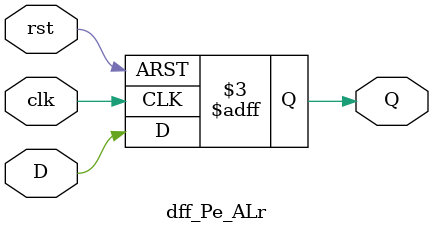
<source format=v>
module dff_Pe_ALr (Q,D,rst,clk);

input D, clk, rst;
output reg Q;

always @(posedge clk, negedge rst)
    if(!rst)
            Q <= 1'b0;
    else
            Q <= D;

endmodule
</source>
